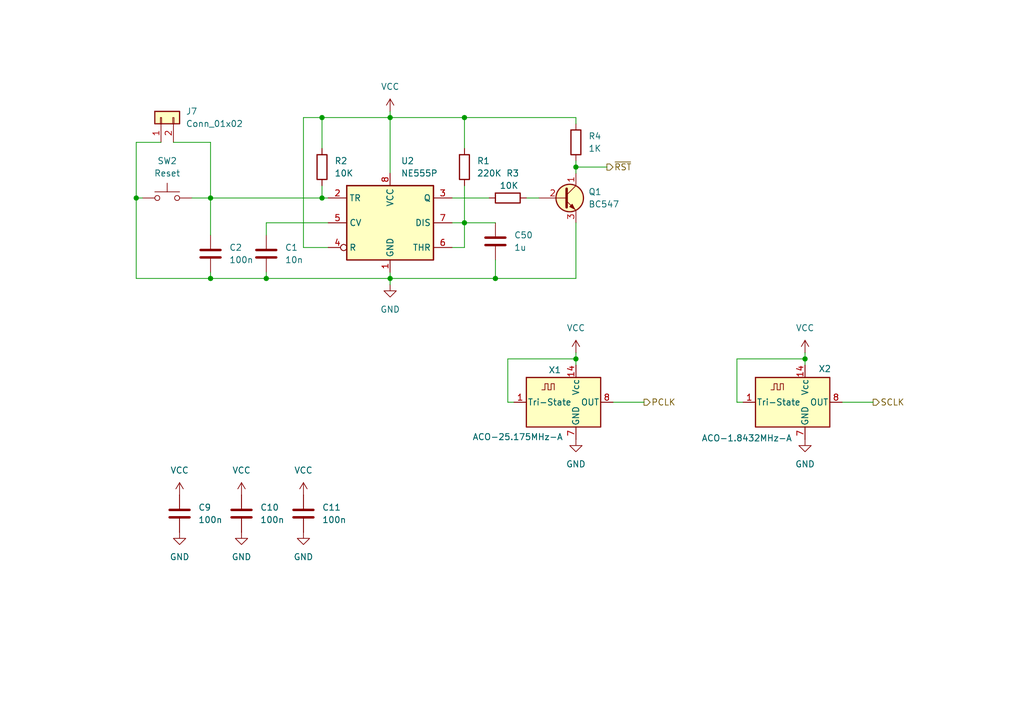
<source format=kicad_sch>
(kicad_sch (version 20231120) (generator "eeschema") (generator_version "8.0")
  (paper "A5")
  (lib_symbols
    (symbol "Connector_Generic:Conn_01x02" (pin_names (offset 1.016) hide)
      (property "Reference" "J" (at 0 2.54 0))
      (property "Value" "Conn_01x02" (at 0 -5.08 0))
      (symbol "Conn_01x02_1_1"
        (rectangle (start -1.27 -2.413) (end 0 -2.667) (stroke (width 0.1524)))
        (rectangle (start -1.27 0.127) (end 0 -0.127) (stroke (width 0.1524)))
        (rectangle (start -1.27 1.27) (end 1.27 -3.81) (stroke (width 0.254)) (fill (type background)))
        (pin passive line (at -5.08 0 0) (length 3.81) (name "Pin_1") (number "1"))
        (pin passive line (at -5.08 -2.54 0) (length 3.81) (name "Pin_2") (number "2"))
      )
    )
    (symbol "Device:C" (pin_numbers hide) (pin_names (offset 0.254))
      (property "Reference" "C" (at 0.635 2.54 0))
      (property "Value" "C" (at 0.635 -2.54 0))
      (symbol "C_0_1"
        (polyline (pts (xy -2.032 -0.762) (xy 2.032 -0.762)) (stroke (width 0.508)))
        (polyline (pts (xy -2.032 0.762) (xy 2.032 0.762)) (stroke (width 0.508)))
      )
      (symbol "C_1_1"
        (pin passive line (at 0 3.81 270) (length 2.794) (name "~") (number "1"))
        (pin passive line (at 0 -3.81 90) (length 2.794) (name "~") (number "2"))
      )
    )
    (symbol "Device:R" (pin_numbers hide) (pin_names (offset 0))
      (property "Reference" "R" (at 2.032 0 90))
      (property "Value" "R" (at 0 0 90))
      (symbol "R_0_1"
        (rectangle (start -1.016 -2.54) (end 1.016 2.54) (stroke (width 0.254)))
      )
      (symbol "R_1_1"
        (pin passive line (at 0 3.81 270) (length 1.27) (name "~") (number "1"))
        (pin passive line (at 0 -3.81 90) (length 1.27) (name "~") (number "2"))
      )
    )
    (symbol "Oscillator:ACO-xxxMHz-A" (pin_names (offset 0.254))
      (property "Reference" "X" (at -5.08 6.35 0))
      (property "Value" "ACO-xxxMHz-A" (at 1.27 -6.35 0))
      (symbol "ACO-xxxMHz-A_0_1"
        (rectangle (start -10.16 5.08) (end 5.08 -5.08) (stroke (width 0.254)) (fill (type background)))
        (polyline (pts (xy -6.985 2.54) (xy -6.35 2.54) (xy -6.35 3.81) (xy -5.715 3.81) (xy -5.715 2.54) (xy -5.08 2.54) (xy -5.08 3.81) (xy -4.445 3.81) (xy -4.445 2.54)))
      )
      (symbol "ACO-xxxMHz-A_1_1"
        (pin input line (at -12.7 0 0) (length 2.54) (name "Tri-State") (number "1"))
        (pin power_in line (at 0 7.62 270) (length 2.54) (name "Vcc") (number "14"))
        (pin power_in line (at 0 -7.62 90) (length 2.54) (name "GND") (number "7"))
        (pin output line (at 7.62 0 180) (length 2.54) (name "OUT") (number "8"))
      )
    )
    (symbol "PCM_Transistor_BJT_AKL:BC547" (pin_names hide)
      (property "Reference" "Q" (at 5.08 1.27 0))
      (property "Value" "BC547" (at 5.08 -1.27 0))
      (symbol "BC547_0_1"
        (polyline (pts (xy 0.635 0.635) (xy 2.54 2.54)))
        (polyline (pts (xy 0.635 -0.635) (xy 2.54 -2.54) (xy 2.54 -2.54)))
        (polyline (pts (xy 0.635 1.905) (xy 0.635 -1.905) (xy 0.635 -1.905)) (stroke (width 0.508)))
        (polyline (pts (xy 1.27 -1.778) (xy 1.778 -1.27) (xy 2.286 -2.286) (xy 1.27 -1.778) (xy 1.27 -1.778)) (fill (type outline)))
        (circle (center 1.27 0) (radius 2.8194) (stroke (width 0.254)) (fill (type background)))
      )
      (symbol "BC547_1_1"
        (pin passive line (at 2.54 5.08 270) (length 2.54) (name "C") (number "1"))
        (pin input line (at -5.08 0 0) (length 5.715) (name "B") (number "2"))
        (pin passive line (at 2.54 -5.08 90) (length 2.54) (name "E") (number "3"))
      )
    )
    (symbol "Switch:SW_Omron_B3FS" (pin_numbers hide) (pin_names (offset 1.016) hide)
      (property "Reference" "SW" (at 1.27 2.54 0))
      (property "Value" "SW_Omron_B3FS" (at 0 -1.524 0))
      (symbol "SW_Omron_B3FS_0_1"
        (circle (center -2.032 0) (radius 0.508))
        (polyline (pts (xy 0 1.27) (xy 0 3.048)))
        (polyline (pts (xy 2.54 1.27) (xy -2.54 1.27)))
        (circle (center 2.032 0) (radius 0.508))
        (pin passive line (at -5.08 0 0) (length 2.54) (name "1") (number "1"))
        (pin passive line (at 5.08 0 180) (length 2.54) (name "2") (number "2"))
      )
    )
    (symbol "Timer:NE555P"
      (property "Reference" "U" (at -10.16 8.89 0))
      (property "Value" "NE555P" (at 2.54 8.89 0))
      (symbol "NE555P_0_0"
        (pin power_in line (at 0 -10.16 90) (length 2.54) (name "GND") (number "1"))
        (pin power_in line (at 0 10.16 270) (length 2.54) (name "VCC") (number "8"))
      )
      (symbol "NE555P_0_1"
        (rectangle (start -8.89 -7.62) (end 8.89 7.62) (stroke (width 0.254)) (fill (type background)))
        (rectangle (start -8.89 -7.62) (end 8.89 7.62) (stroke (width 0.254)) (fill (type background)))
      )
      (symbol "NE555P_1_1"
        (pin input line (at -12.7 5.08 0) (length 3.81) (name "TR") (number "2"))
        (pin output line (at 12.7 5.08 180) (length 3.81) (name "Q") (number "3"))
        (pin input inverted (at -12.7 -5.08 0) (length 3.81) (name "R") (number "4"))
        (pin input line (at -12.7 0 0) (length 3.81) (name "CV") (number "5"))
        (pin input line (at 12.7 -5.08 180) (length 3.81) (name "THR") (number "6"))
        (pin input line (at 12.7 0 180) (length 3.81) (name "DIS") (number "7"))
      )
    )
    (symbol "power:GND" (power) (pin_numbers hide) (pin_names (offset 0) hide)
      (property "Value" "GND" (at 0 -3.81 0))
      (symbol "GND_0_1"
        (polyline (pts (xy 0 0) (xy 0 -1.27) (xy 1.27 -1.27) (xy 0 -2.54) (xy -1.27 -1.27) (xy 0 -1.27)))
      )
      (symbol "GND_1_1"
        (pin power_in line (at 0 0 270) (length 0) (name "~") (number "1"))
      )
    )
    (symbol "power:VCC" (power) (pin_numbers hide) (pin_names (offset 0) hide)
      (property "Value" "VCC" (at 0 3.556 0))
      (symbol "VCC_0_1"
        (polyline (pts (xy -0.762 1.27) (xy 0 2.54)))
        (polyline (pts (xy 0 0) (xy 0 2.54)))
        (polyline (pts (xy 0 2.54) (xy 0.762 1.27)))
      )
      (symbol "VCC_1_1"
        (pin power_in line (at 0 0 90) (length 0) (name "~") (number "1"))
      )
    )
  )
  (junction (at 80.01 57.15))
  (junction (at 101.6 57.15))
  (junction (at 66.04 24.13))
  (junction (at 66.04 40.64))
  (junction (at 95.25 24.13))
  (junction (at 165.1 73.66))
  (junction (at 43.18 40.64))
  (junction (at 118.11 34.29))
  (junction (at 54.61 57.15))
  (junction (at 80.01 24.13))
  (junction (at 43.18 57.15))
  (junction (at 27.94 40.64))
  (junction (at 95.25 45.72))
  (junction (at 118.11 73.66))
  (wire (pts (xy 54.61 45.72) (xy 54.61 48.26)))
  (wire (pts (xy 67.31 45.72) (xy 54.61 45.72)))
  (wire (pts (xy 104.14 73.66) (xy 104.14 82.55)))
  (wire (pts (xy 66.04 24.13) (xy 80.01 24.13)))
  (wire (pts (xy 54.61 57.15) (xy 54.61 55.88)))
  (wire (pts (xy 151.13 73.66) (xy 151.13 82.55)))
  (wire (pts (xy 54.61 57.15) (xy 43.18 57.15)))
  (wire (pts (xy 29.21 40.64) (xy 27.94 40.64)))
  (wire (pts (xy 125.73 82.55) (xy 132.08 82.55)))
  (wire (pts (xy 95.25 45.72) (xy 95.25 38.1)))
  (wire (pts (xy 101.6 53.34) (xy 101.6 57.15)))
  (wire (pts (xy 165.1 73.66) (xy 165.1 74.93)))
  (wire (pts (xy 95.25 50.8) (xy 95.25 45.72)))
  (wire (pts (xy 118.11 73.66) (xy 104.14 73.66)))
  (wire (pts (xy 62.23 50.8) (xy 67.31 50.8)))
  (wire (pts (xy 118.11 72.39) (xy 118.11 73.66)))
  (wire (pts (xy 92.71 45.72) (xy 95.25 45.72)))
  (wire (pts (xy 66.04 40.64) (xy 66.04 38.1)))
  (wire (pts (xy 80.01 58.42) (xy 80.01 57.15)))
  (wire (pts (xy 43.18 40.64) (xy 43.18 48.26)))
  (wire (pts (xy 80.01 57.15) (xy 101.6 57.15)))
  (wire (pts (xy 43.18 57.15) (xy 43.18 55.88)))
  (wire (pts (xy 118.11 73.66) (xy 118.11 74.93)))
  (wire (pts (xy 179.07 82.55) (xy 172.72 82.55)))
  (wire (pts (xy 101.6 57.15) (xy 118.11 57.15)))
  (wire (pts (xy 95.25 24.13) (xy 118.11 24.13)))
  (wire (pts (xy 92.71 40.64) (xy 100.33 40.64)))
  (wire (pts (xy 43.18 29.21) (xy 43.18 40.64)))
  (wire (pts (xy 67.31 40.64) (xy 66.04 40.64)))
  (wire (pts (xy 33.02 29.21) (xy 27.94 29.21)))
  (wire (pts (xy 80.01 22.86) (xy 80.01 24.13)))
  (wire (pts (xy 27.94 29.21) (xy 27.94 40.64)))
  (wire (pts (xy 62.23 50.8) (xy 62.23 24.13)))
  (wire (pts (xy 62.23 24.13) (xy 66.04 24.13)))
  (wire (pts (xy 95.25 45.72) (xy 101.6 45.72)))
  (wire (pts (xy 118.11 34.29) (xy 118.11 35.56)))
  (wire (pts (xy 80.01 57.15) (xy 80.01 55.88)))
  (wire (pts (xy 151.13 82.55) (xy 152.4 82.55)))
  (wire (pts (xy 80.01 24.13) (xy 80.01 35.56)))
  (wire (pts (xy 27.94 57.15) (xy 43.18 57.15)))
  (wire (pts (xy 92.71 50.8) (xy 95.25 50.8)))
  (wire (pts (xy 80.01 24.13) (xy 95.25 24.13)))
  (wire (pts (xy 118.11 34.29) (xy 124.46 34.29)))
  (wire (pts (xy 35.56 29.21) (xy 43.18 29.21)))
  (wire (pts (xy 104.14 82.55) (xy 105.41 82.55)))
  (wire (pts (xy 118.11 24.13) (xy 118.11 25.4)))
  (wire (pts (xy 95.25 24.13) (xy 95.25 30.48)))
  (wire (pts (xy 118.11 57.15) (xy 118.11 45.72)))
  (wire (pts (xy 39.37 40.64) (xy 43.18 40.64)))
  (wire (pts (xy 66.04 24.13) (xy 66.04 30.48)))
  (wire (pts (xy 80.01 57.15) (xy 54.61 57.15)))
  (wire (pts (xy 27.94 40.64) (xy 27.94 57.15)))
  (wire (pts (xy 66.04 40.64) (xy 43.18 40.64)))
  (wire (pts (xy 165.1 73.66) (xy 151.13 73.66)))
  (wire (pts (xy 107.95 40.64) (xy 110.49 40.64)))
  (wire (pts (xy 118.11 33.02) (xy 118.11 34.29)))
  (wire (pts (xy 165.1 72.39) (xy 165.1 73.66)))
  (hierarchical_label "~{RST}" (shape output) (at 124.46 34.29 0))
  (hierarchical_label "PCLK" (shape output) (at 132.08 82.55 0))
  (hierarchical_label "SCLK" (shape output) (at 179.07 82.55 0))
  (symbol (lib_id "Oscillator:ACO-xxxMHz-A") (at 118.11 82.55 0) (unit 1)
    (property "Reference" "X1" (at 113.792 75.946 0))
    (property "Value" "ACO-25.175MHz-A" (at 106.172 89.662 0))
    (property "Footprint" "Oscillator:Oscillator_DIP-14" (effects (hide yes)))
    (property "Datasheet" "http://www.conwin.com/datasheets/cx/cx030.pdf" (effects (hide yes)))
    (property "Description" "HCMOS Crystal Clock Oscillator, DIP14-style metal package" (effects (hide yes)))
  )
  (symbol (lib_id "power:VCC") (at 49.53 101.6 0) (unit 1)
    (property "Reference" "#PWR0102" (effects (hide yes)))
    (property "Value" "VCC" (at 49.53 96.52 0))
    (property "Description" "Power symbol creates a global label with name \"VCC\"" (effects (hide yes)))
  )
  (symbol (lib_id "Device:R") (at 104.14 40.64 90) (unit 1)
    (property "Reference" "R3" (at 105.156 35.56 90))
    (property "Value" "10K" (at 104.394 38.1 90))
    (property "Footprint" "Resistor_THT:R_Axial_DIN0207_L6.3mm_D2.5mm_P7.62mm_Horizontal" (effects (hide yes)))
    (property "Description" "Resistor" (effects (hide yes)))
  )
  (symbol (lib_id "power:VCC") (at 36.83 101.6 0) (unit 1)
    (property "Reference" "#PWR0101" (effects (hide yes)))
    (property "Value" "VCC" (at 36.83 96.52 0))
    (property "Description" "Power symbol creates a global label with name \"VCC\"" (effects (hide yes)))
  )
  (symbol (lib_id "power:VCC") (at 118.11 72.39 0) (unit 1)
    (property "Reference" "#PWR01" (effects (hide yes)))
    (property "Value" "VCC" (at 118.11 67.31 0))
    (property "Description" "Power symbol creates a global label with name \"VCC\"" (effects (hide yes)))
  )
  (symbol (lib_id "power:GND") (at 165.1 90.17 0) (unit 1)
    (property "Reference" "#PWR04" (effects (hide yes)))
    (property "Value" "GND" (at 165.1 95.25 0))
    (property "Description" "Power symbol creates a global label with name \"GND\" , ground" (effects (hide yes)))
  )
  (symbol (lib_id "power:GND") (at 62.23 109.22 0) (unit 1)
    (property "Reference" "#PWR0106" (effects (hide yes)))
    (property "Value" "GND" (at 62.23 114.3 0))
    (property "Description" "Power symbol creates a global label with name \"GND\" , ground" (effects (hide yes)))
  )
  (symbol (lib_id "Device:R") (at 66.04 34.29 0) (unit 1)
    (property "Reference" "R2" (at 68.58 33.0199 0) (effects (justify left)))
    (property "Value" "10K" (at 68.58 35.5599 0) (effects (justify left)))
    (property "Footprint" "Resistor_THT:R_Axial_DIN0207_L6.3mm_D2.5mm_P7.62mm_Horizontal" (effects (hide yes)))
    (property "Description" "Resistor" (effects (hide yes)))
  )
  (symbol (lib_id "power:GND") (at 36.83 109.22 0) (unit 1)
    (property "Reference" "#PWR0104" (effects (hide yes)))
    (property "Value" "GND" (at 36.83 114.3 0))
    (property "Description" "Power symbol creates a global label with name \"GND\" , ground" (effects (hide yes)))
  )
  (symbol (lib_id "Connector_Generic:Conn_01x02") (at 33.02 24.13 90) (unit 1)
    (property "Reference" "J7" (at 38.1 22.8599 90) (effects (justify right)))
    (property "Value" "Conn_01x02" (at 38.1 25.3999 90) (effects (justify right)))
    (property "Footprint" "Connector_PinHeader_2.54mm:PinHeader_1x02_P2.54mm_Vertical" (effects (hide yes)))
    (property "Description" "Generic connector, single row, 01x02, script generated (kicad-library-utils/schlib/autogen/connector/)" (effects (hide yes)))
  )
  (symbol (lib_id "Device:C") (at 49.53 105.41 0) (unit 1)
    (property "Reference" "C10" (at 53.34 104.1399 0) (effects (justify left)))
    (property "Value" "100n" (at 53.34 106.6799 0) (effects (justify left)))
    (property "Footprint" "Capacitor_THT:C_Disc_D5.0mm_W2.5mm_P2.50mm" (effects (hide yes)))
    (property "Description" "Unpolarized capacitor" (effects (hide yes)))
  )
  (symbol (lib_id "PCM_Transistor_BJT_AKL:BC547") (at 115.57 40.64 0) (unit 1)
    (property "Reference" "Q1" (at 120.65 39.3699 0) (effects (justify left)))
    (property "Value" "BC547" (at 120.65 41.9099 0) (effects (justify left)))
    (property "Footprint" "Package_TO_SOT_THT:TO-92" (effects (hide yes)))
    (property "Datasheet" "https://www.tme.eu/Document/6c5d898a533a0762c2bc33eb26c283a8/BC546-550-DTE.pdf" (effects (hide yes)))
    (property "Description" "NPN TO-92 transistor, 45V, 100mA, 500mW, Complementary to BC557, Alternate KiCAD Library" (effects (hide yes)))
  )
  (symbol (lib_id "power:VCC") (at 165.1 72.39 0) (unit 1)
    (property "Reference" "#PWR03" (effects (hide yes)))
    (property "Value" "VCC" (at 165.1 67.31 0))
    (property "Description" "Power symbol creates a global label with name \"VCC\"" (effects (hide yes)))
  )
  (symbol (lib_id "Device:R") (at 118.11 29.21 180) (unit 1)
    (property "Reference" "R4" (at 120.65 27.9399 0) (effects (justify right)))
    (property "Value" "1K" (at 120.65 30.4799 0) (effects (justify right)))
    (property "Footprint" "Resistor_THT:R_Axial_DIN0207_L6.3mm_D2.5mm_P7.62mm_Horizontal" (effects (hide yes)))
    (property "Description" "Resistor" (effects (hide yes)))
  )
  (symbol (lib_id "Device:R") (at 95.25 34.29 0) (unit 1)
    (property "Reference" "R1" (at 97.79 33.0199 0) (effects (justify left)))
    (property "Value" "220K" (at 97.79 35.5599 0) (effects (justify left)))
    (property "Footprint" "Resistor_THT:R_Axial_DIN0207_L6.3mm_D2.5mm_P7.62mm_Horizontal" (effects (hide yes)))
    (property "Description" "Resistor" (effects (hide yes)))
  )
  (symbol (lib_id "power:VCC") (at 80.01 22.86 0) (unit 1)
    (property "Reference" "#PWR05" (effects (hide yes)))
    (property "Value" "VCC" (at 80.01 17.78 0))
    (property "Description" "Power symbol creates a global label with name \"VCC\"" (effects (hide yes)))
  )
  (symbol (lib_id "Device:C") (at 36.83 105.41 0) (unit 1)
    (property "Reference" "C9" (at 40.64 104.1399 0) (effects (justify left)))
    (property "Value" "100n" (at 40.64 106.6799 0) (effects (justify left)))
    (property "Footprint" "Capacitor_THT:C_Disc_D5.0mm_W2.5mm_P2.50mm" (effects (hide yes)))
    (property "Description" "Unpolarized capacitor" (effects (hide yes)))
  )
  (symbol (lib_id "power:VCC") (at 62.23 101.6 0) (unit 1)
    (property "Reference" "#PWR0103" (effects (hide yes)))
    (property "Value" "VCC" (at 62.23 96.52 0))
    (property "Description" "Power symbol creates a global label with name \"VCC\"" (effects (hide yes)))
  )
  (symbol (lib_id "Device:C") (at 62.23 105.41 0) (unit 1)
    (property "Reference" "C11" (at 66.04 104.1399 0) (effects (justify left)))
    (property "Value" "100n" (at 66.04 106.6799 0) (effects (justify left)))
    (property "Footprint" "Capacitor_THT:C_Disc_D5.0mm_W2.5mm_P2.50mm" (effects (hide yes)))
    (property "Description" "Unpolarized capacitor" (effects (hide yes)))
  )
  (symbol (lib_id "power:GND") (at 80.01 58.42 0) (unit 1)
    (property "Reference" "#PWR06" (effects (hide yes)))
    (property "Value" "GND" (at 80.01 63.5 0))
    (property "Description" "Power symbol creates a global label with name \"GND\" , ground" (effects (hide yes)))
  )
  (symbol (lib_id "Device:C") (at 54.61 52.07 0) (unit 1)
    (property "Reference" "C1" (at 58.42 50.7999 0) (effects (justify left)))
    (property "Value" "10n" (at 58.42 53.3399 0) (effects (justify left)))
    (property "Footprint" "Capacitor_THT:C_Disc_D5.0mm_W2.5mm_P2.50mm" (effects (hide yes)))
    (property "Description" "Unpolarized capacitor" (effects (hide yes)))
  )
  (symbol (lib_id "Device:C") (at 101.6 49.53 0) (unit 1)
    (property "Reference" "C50" (at 105.41 48.2599 0) (effects (justify left)))
    (property "Value" "1u" (at 105.41 50.7999 0) (effects (justify left)))
    (property "Footprint" "Capacitor_THT:C_Disc_D5.0mm_W2.5mm_P2.50mm" (effects (hide yes)))
    (property "Description" "Unpolarized capacitor" (effects (hide yes)))
  )
  (symbol (lib_id "Timer:NE555P") (at 80.01 45.72 0) (unit 1)
    (property "Reference" "U2" (at 82.2041 33.02 0) (effects (justify left)))
    (property "Value" "NE555P" (at 82.2041 35.56 0) (effects (justify left)))
    (property "Footprint" "Package_DIP:DIP-8_W7.62mm" (effects (hide yes)))
    (property "Datasheet" "http://www.ti.com/lit/ds/symlink/ne555.pdf" (effects (hide yes)))
    (property "Description" "Precision Timers, 555 compatible,  PDIP-8" (effects (hide yes)))
  )
  (symbol (lib_id "power:GND") (at 118.11 90.17 0) (unit 1)
    (property "Reference" "#PWR02" (effects (hide yes)))
    (property "Value" "GND" (at 118.11 95.25 0))
    (property "Description" "Power symbol creates a global label with name \"GND\" , ground" (effects (hide yes)))
  )
  (symbol (lib_id "power:GND") (at 49.53 109.22 0) (unit 1)
    (property "Reference" "#PWR0105" (effects (hide yes)))
    (property "Value" "GND" (at 49.53 114.3 0))
    (property "Description" "Power symbol creates a global label with name \"GND\" , ground" (effects (hide yes)))
  )
  (symbol (lib_id "Oscillator:ACO-xxxMHz-A") (at 165.1 82.55 0) (unit 1)
    (property "Reference" "X2" (at 169.164 75.692 0))
    (property "Value" "ACO-1.8432MHz-A" (at 153.162 89.916 0))
    (property "Footprint" "Oscillator:Oscillator_DIP-14" (effects (hide yes)))
    (property "Datasheet" "http://www.conwin.com/datasheets/cx/cx030.pdf" (effects (hide yes)))
    (property "Description" "HCMOS Crystal Clock Oscillator, DIP14-style metal package" (effects (hide yes)))
  )
  (symbol (lib_id "Switch:SW_Omron_B3FS") (at 34.29 40.64 0) (unit 1)
    (property "Reference" "SW2" (at 34.29 33.02 0))
    (property "Value" "Reset" (at 34.29 35.56 0))
    (property "Footprint" "Button_Switch_THT:SW_TH_Tactile_Omron_B3F-10xx" (effects (hide yes)))
    (property "Datasheet" "https://omronfs.omron.com/en_US/ecb/products/pdf/en-b3fs.pdf" (effects (hide yes)))
    (property "Description" "Omron B3FS 6x6mm single pole normally-open tactile switch" (effects (hide yes)))
  )
  (symbol (lib_id "Device:C") (at 43.18 52.07 0) (unit 1)
    (property "Reference" "C2" (at 46.99 50.7999 0) (effects (justify left)))
    (property "Value" "100n" (at 46.99 53.3399 0) (effects (justify left)))
    (property "Footprint" "Capacitor_THT:C_Disc_D5.0mm_W2.5mm_P2.50mm" (effects (hide yes)))
    (property "Description" "Unpolarized capacitor" (effects (hide yes)))
  )
)
</source>
